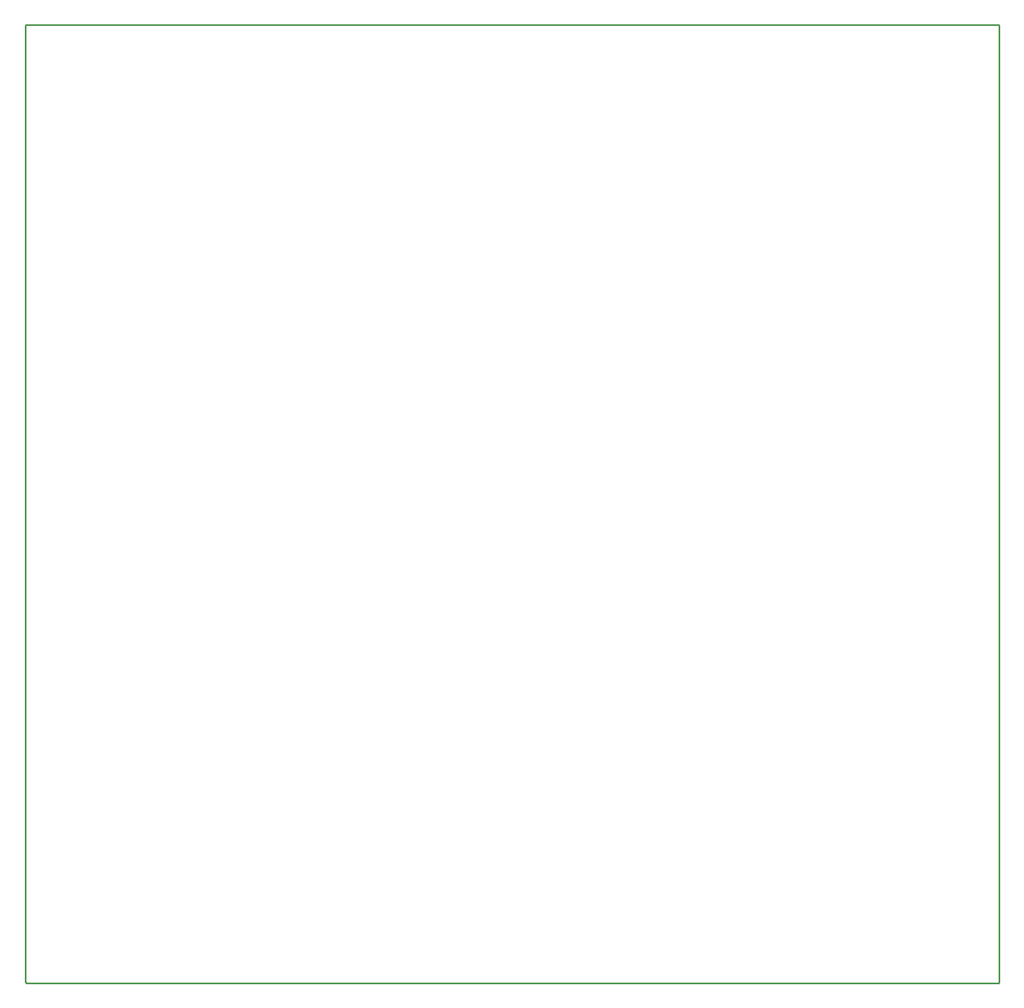
<source format=gbr>
G04 start of page 6 for group 4 idx 4 *
G04 Title: (unknown), outline *
G04 Creator: pcb 20140316 *
G04 CreationDate: Thu 01 Jun 2017 04:27:31 PM GMT UTC *
G04 For: sumit *
G04 Format: Gerber/RS-274X *
G04 PCB-Dimensions (mm): 381.00 381.00 *
G04 PCB-Coordinate-Origin: lower left *
%MOMM*%
%FSLAX43Y43*%
%LNOUTLINE*%
%ADD116C,0.254*%
G54D116*X192943Y219707D02*Y369791D01*
X192824Y369910D01*
X40488D01*
X40389Y219781D02*X40564Y219606D01*
X192781D01*
X192783Y219608D01*
X192842Y219606D02*X192943Y219707D01*
X40488Y369910D02*X40348Y369771D01*
Y219822D01*
X40419Y219751D01*
M02*

</source>
